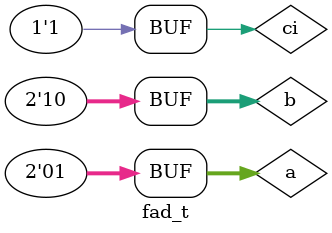
<source format=v>
module fad_t();
reg [1:0]a,b;
reg ci;
wire [1:0]s;
wire c;
fad fa1(s,c,a,b,ci);
initial
begin
#100 a=2'd0; b=2'd0; ci =0;
#100 a=2'd0; b=2'd1; ci =0;
#100 a=2'd1; b=2'd0; ci =0;
#100 a=2'd1; b=2'd1; ci =0;
#100 a=2'd0; b=2'd0; ci =1;
#100 a=2'd0; b=2'd1; ci =1;
#100 a=2'd1; b=2'd0; ci =1;
#100 a=2'd1; b=2'd2; ci =1;
end
endmodule
</source>
